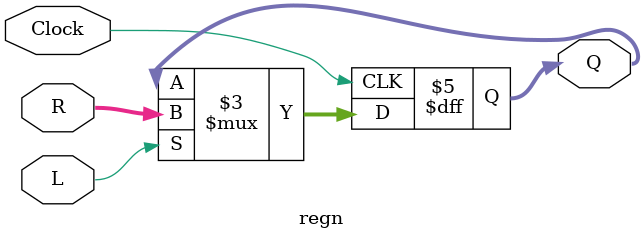
<source format=v>
module regn (R, L, Clock, Q);
 	parameter n = 8;
	input [n - 1:0] R;
	input L, Clock;
	
	output reg [n - 1:0] Q;
	
	initial begin
		Q = 0;
	end
	
	always @(posedge Clock) 
		if (L)
			Q <= R;
			
endmodule
</source>
